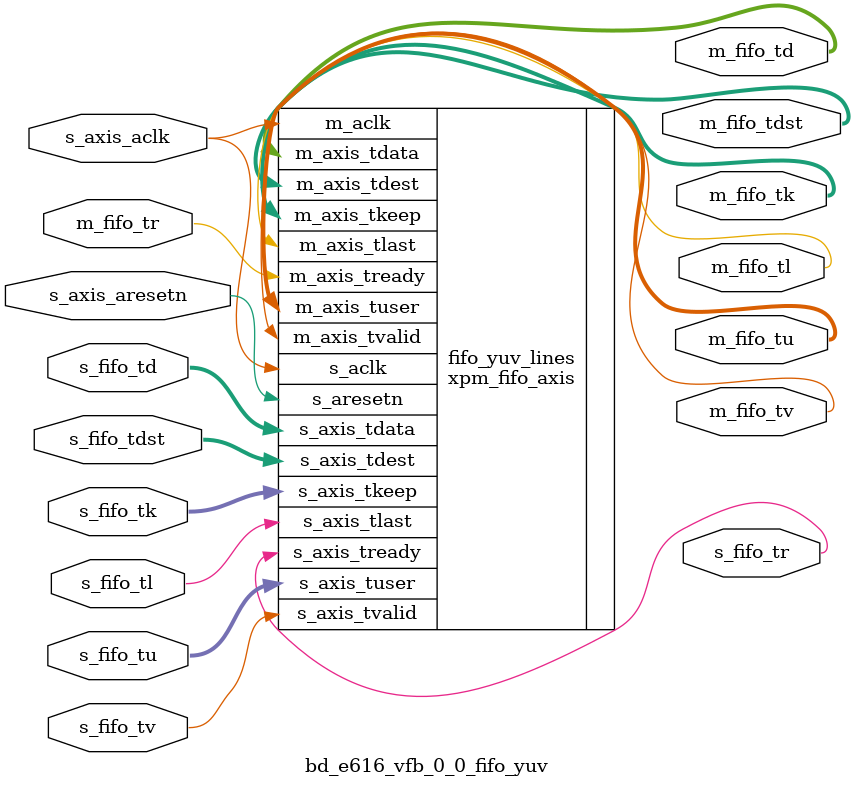
<source format=v>
`timescale 1ps/1ps
module bd_e616_vfb_0_0_fifo_yuv (
  input            s_axis_aclk    ,

  input         s_axis_aresetn ,
  output    s_fifo_tr      ,
  input     s_fifo_tv      ,
  input      [32-1:0]  s_fifo_td      ,
  input      [96-1:0]  s_fifo_tu      ,
  input      [4-1:0] s_fifo_tdst      ,
  input      [4-1:0] s_fifo_tk      ,
  input      s_fifo_tl      ,
  input     m_fifo_tr      ,
  output     m_fifo_tv      ,
  output   [32-1:0]   m_fifo_td      ,
  output   [4-1:0] m_fifo_tdst ,
  output   [96-1:0]  m_fifo_tu      ,
  output    [4-1:0] m_fifo_tk      ,
  output      m_fifo_tl      
);

xpm_fifo_axis#(
      .CLOCKING_MODE("common_clock"), // String
      .ECC_MODE("no_ecc"),            // String
      .FIFO_DEPTH(16),              // DECIMAL
      .FIFO_MEMORY_TYPE("distributed"),      // String
      .PACKET_FIFO("false"),          // String
      .PROG_EMPTY_THRESH(10),         // DECIMAL
      .PROG_FULL_THRESH(123),          // DECIMAL
      .RD_DATA_COUNT_WIDTH(1),        // DECIMAL
      .RELATED_CLOCKS(0),             // DECIMAL
      .SIM_ASSERT_CHK(0),             // DECIMAL; 0=disable simulation messages, 1=enable simulation messages
      .TDATA_WIDTH(32),               // DECIMAL
      .TDEST_WIDTH(4),                // DECIMAL
      .TUSER_WIDTH(96),                // DECIMAL
      .USE_ADV_FEATURES("1000"),      // String
      .WR_DATA_COUNT_WIDTH(1)         // DECIMAL
 ) fifo_yuv_lines(
  .s_aresetn         (s_axis_aresetn ),
  .m_aclk            (s_axis_aclk    ),
  .s_aclk            (s_axis_aclk    ),
  .s_axis_tready     (s_fifo_tr      ),
  .s_axis_tvalid     (s_fifo_tv      ),
  .s_axis_tdata      (s_fifo_td      ),
  .s_axis_tuser      (s_fifo_tu      ),
  .s_axis_tdest      (s_fifo_tdst      ),
  .s_axis_tkeep      (s_fifo_tk      ),
  .s_axis_tlast      (s_fifo_tl      ),
  .m_axis_tready     (m_fifo_tr      ),
  .m_axis_tvalid     (m_fifo_tv      ),
  .m_axis_tdata      (m_fifo_td      ),
  .m_axis_tdest      (m_fifo_tdst     ),
  .m_axis_tuser      (m_fifo_tu      ),
  .m_axis_tkeep      (m_fifo_tk      ),
  .m_axis_tlast      (m_fifo_tl      )
);
endmodule

</source>
